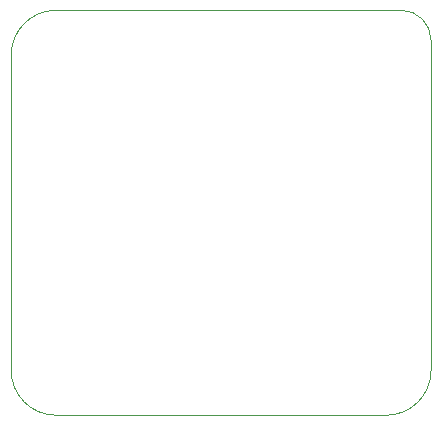
<source format=gbr>
%TF.GenerationSoftware,KiCad,Pcbnew,(6.0.5)*%
%TF.CreationDate,2022-08-05T22:50:17+10:00*%
%TF.ProjectId,stm8_target,73746d38-5f74-4617-9267-65742e6b6963,rev?*%
%TF.SameCoordinates,Original*%
%TF.FileFunction,Profile,NP*%
%FSLAX46Y46*%
G04 Gerber Fmt 4.6, Leading zero omitted, Abs format (unit mm)*
G04 Created by KiCad (PCBNEW (6.0.5)) date 2022-08-05 22:50:17*
%MOMM*%
%LPD*%
G01*
G04 APERTURE LIST*
%TA.AperFunction,Profile*%
%ADD10C,0.100000*%
%TD*%
G04 APERTURE END LIST*
D10*
X69850000Y-82550000D02*
X69850000Y-109220000D01*
X69850000Y-109220000D02*
G75*
G03*
X73660000Y-113030000I3810000J0D01*
G01*
X102870000Y-78740000D02*
X73660000Y-78740000D01*
X105410000Y-109220000D02*
X105410000Y-81280000D01*
X101600000Y-113030000D02*
G75*
G03*
X105410000Y-109220000I0J3810000D01*
G01*
X105410000Y-81280000D02*
G75*
G03*
X102870000Y-78740000I-2540000J0D01*
G01*
X73660000Y-78740000D02*
G75*
G03*
X69850000Y-82550000I0J-3810000D01*
G01*
X73660000Y-113030000D02*
X101600000Y-113030000D01*
M02*

</source>
